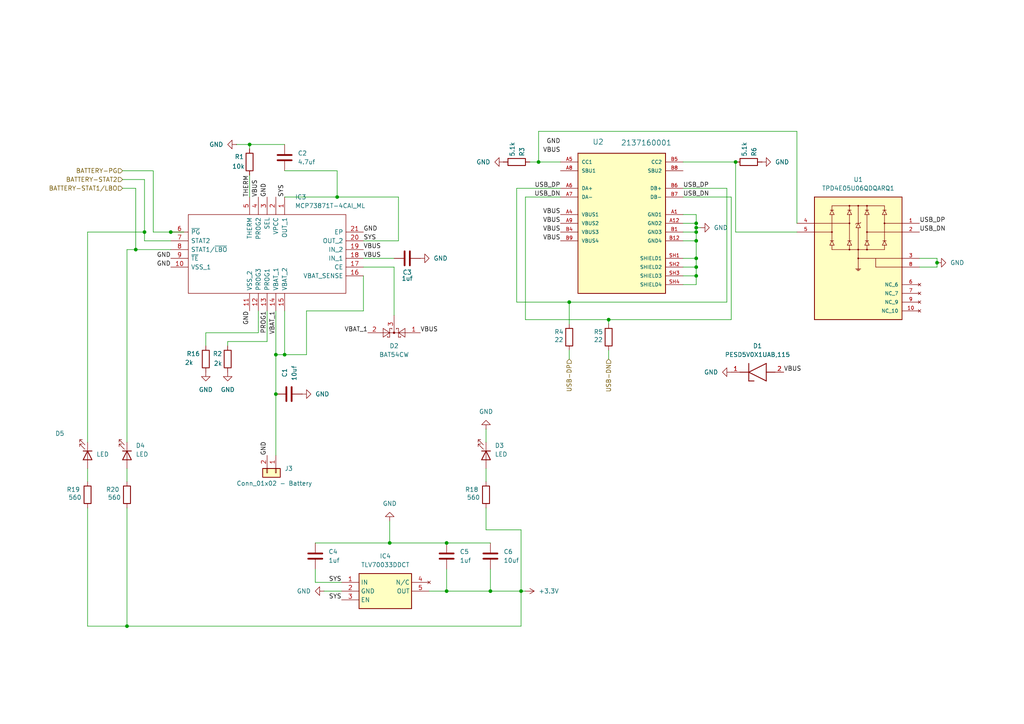
<source format=kicad_sch>
(kicad_sch (version 20250114) (generator "eeschema") (generator_version "9.0")
  (paper "A4")
  (lib_symbols
    (symbol "Connector_Generic:Conn_01x02" (pin_names (offset 1.016) (hide yes))
      (property "Reference" "J" (at 0 2.54 0))
      (property "Value" "Conn_01x02" (at 0 -5.08 0))
      (symbol "Conn_01x02_1_1"
        (rectangle (start -1.27 1.27) (end 1.27 -3.81) (stroke (width 0.254)) (fill (type background)))
        (rectangle (start -1.27 0.127) (end 0 -0.127) (stroke (width 0.1524)))
        (rectangle (start -1.27 -2.413) (end 0 -2.667) (stroke (width 0.1524)))
        (pin passive line (at -5.08 0 0) (length 3.81) (name "Pin_1") (number "1"))
        (pin passive line (at -5.08 -2.54 0) (length 3.81) (name "Pin_2") (number "2"))
      )
    )
    (symbol "Device:C" (pin_numbers (hide yes)) (pin_names (offset 0.254))
      (property "Reference" "C" (at 0.635 2.54 0))
      (property "Value" "C" (at 0.635 -2.54 0))
      (symbol "C_0_1"
        (polyline (pts (xy -2.032 0.762) (xy 2.032 0.762)) (stroke (width 0.508)))
        (polyline (pts (xy -2.032 -0.762) (xy 2.032 -0.762)) (stroke (width 0.508)))
      )
      (symbol "C_1_1"
        (pin passive line (at 0 3.81 270) (length 2.794) (name "~") (number "1"))
        (pin passive line (at 0 -3.81 90) (length 2.794) (name "~") (number "2"))
      )
    )
    (symbol "Device:LED" (pin_numbers (hide yes)) (pin_names (offset 1.016) (hide yes))
      (property "Reference" "D" (at 0 2.54 0))
      (property "Value" "LED" (at 0 -2.54 0))
      (symbol "LED_0_1"
        (polyline (pts (xy -3.048 -0.762) (xy -4.572 -2.286) (xy -3.81 -2.286) (xy -4.572 -2.286) (xy -4.572 -1.524)))
        (polyline (pts (xy -1.778 -0.762) (xy -3.302 -2.286) (xy -2.54 -2.286) (xy -3.302 -2.286) (xy -3.302 -1.524)))
        (polyline (pts (xy -1.27 0) (xy 1.27 0)))
        (polyline (pts (xy -1.27 -1.27) (xy -1.27 1.27)) (stroke (width 0.254)))
        (polyline (pts (xy 1.27 -1.27) (xy 1.27 1.27) (xy -1.27 0) (xy 1.27 -1.27)) (stroke (width 0.254)))
      )
      (symbol "LED_1_1"
        (pin passive line (at -3.81 0 0) (length 2.54) (name "K") (number "1"))
        (pin passive line (at 3.81 0 180) (length 2.54) (name "A") (number "2"))
      )
    )
    (symbol "Device:R" (pin_numbers (hide yes)) (pin_names (offset 0))
      (property "Reference" "R" (at 2.032 0 90))
      (property "Value" "R" (at 0 0 90))
      (symbol "R_0_1"
        (rectangle (start -1.016 -2.54) (end 1.016 2.54) (stroke (width 0.254)))
      )
      (symbol "R_1_1"
        (pin passive line (at 0 3.81 270) (length 1.27) (name "~") (number "1"))
        (pin passive line (at 0 -3.81 90) (length 1.27) (name "~") (number "2"))
      )
    )
    (symbol "Diode:BAT54CW" (pin_names (offset 1.016))
      (property "Reference" "D" (at 0.635 -3.81 0))
      (property "Value" "BAT54CW" (at -6.35 3.175 0))
      (symbol "BAT54CW_0_1"
        (polyline (pts (xy -3.175 -1.27) (xy -3.175 1.27) (xy -1.27 0) (xy -3.175 -1.27)))
        (polyline (pts (xy -1.905 1.27) (xy -1.905 1.016)))
        (polyline (pts (xy -1.905 0) (xy 1.905 0)))
        (polyline (pts (xy -1.27 1.27) (xy -1.905 1.27)))
        (polyline (pts (xy -1.27 1.27) (xy -1.27 -1.27)))
        (polyline (pts (xy -1.27 0) (xy -3.81 0)))
        (polyline (pts (xy -1.27 -1.27) (xy -0.635 -1.27)))
        (polyline (pts (xy -0.635 -1.27) (xy -0.635 -1.016)))
        (circle (center 0 0) (radius 0.254) (fill (type outline)))
        (polyline (pts (xy 0.635 -1.27) (xy 0.635 -1.016)))
        (polyline (pts (xy 1.27 1.27) (xy 1.27 -1.27)))
        (polyline (pts (xy 1.27 1.27) (xy 1.905 1.27)))
        (polyline (pts (xy 1.27 -1.27) (xy 0.635 -1.27)))
        (polyline (pts (xy 1.905 1.27) (xy 1.905 1.016)))
        (polyline (pts (xy 3.175 -1.27) (xy 3.175 1.27) (xy 1.27 0) (xy 3.175 -1.27)))
        (polyline (pts (xy 3.81 0) (xy 1.27 0)))
      )
      (symbol "BAT54CW_1_1"
        (pin passive line (at -7.62 0 0) (length 3.81) (name "~") (number "1"))
        (pin passive line (at 0 -5.08 90) (length 5.08) (name "~") (number "3"))
        (pin passive line (at 7.62 0 180) (length 3.81) (name "~") (number "2"))
      )
    )
    (symbol "jarvis:2137160001" (pin_names (offset 1.016))
      (property "Reference" "J" (at -12.7 20.9042 0))
      (property "Value" "2137160001" (at -12.7 -22.86 0))
      (symbol "2137160001_0_0"
        (rectangle (start -12.7 -20.32) (end 12.7 20.32) (stroke (width 0.254)) (fill (type background)))
        (pin bidirectional line (at -17.78 17.78 0) (length 5.08) (name "CC1") (number "A5"))
        (pin bidirectional line (at -17.78 15.24 0) (length 5.08) (name "SBU1") (number "A8"))
        (pin bidirectional line (at -17.78 10.16 0) (length 5.08) (name "DA+") (number "A6"))
        (pin bidirectional line (at -17.78 7.62 0) (length 5.08) (name "DA-") (number "A7"))
        (pin power_in line (at -17.78 2.54 0) (length 5.08) (name "VBUS1") (number "A4"))
        (pin power_in line (at -17.78 0 0) (length 5.08) (name "VBUS2") (number "A9"))
        (pin power_in line (at -17.78 -2.54 0) (length 5.08) (name "VBUS3") (number "B4"))
        (pin power_in line (at -17.78 -5.08 0) (length 5.08) (name "VBUS4") (number "B9"))
        (pin bidirectional line (at 17.78 17.78 180) (length 5.08) (name "CC2") (number "B5"))
        (pin bidirectional line (at 17.78 15.24 180) (length 5.08) (name "SBU2") (number "B8"))
        (pin bidirectional line (at 17.78 10.16 180) (length 5.08) (name "DB+") (number "B6"))
        (pin bidirectional line (at 17.78 7.62 180) (length 5.08) (name "DB-") (number "B7"))
        (pin power_in line (at 17.78 2.54 180) (length 5.08) (name "GND1") (number "A1"))
        (pin power_in line (at 17.78 0 180) (length 5.08) (name "GND2") (number "A12"))
        (pin power_in line (at 17.78 -2.54 180) (length 5.08) (name "GND3") (number "B1"))
        (pin power_in line (at 17.78 -5.08 180) (length 5.08) (name "GND4") (number "B12"))
        (pin passive line (at 17.78 -10.16 180) (length 5.08) (name "SHIELD1") (number "SH1"))
        (pin passive line (at 17.78 -12.7 180) (length 5.08) (name "SHIELD2") (number "SH2"))
        (pin passive line (at 17.78 -15.24 180) (length 5.08) (name "SHIELD3") (number "SH3"))
        (pin passive line (at 17.78 -17.78 180) (length 5.08) (name "SHIELD4") (number "SH4"))
      )
    )
    (symbol "jarvis:MCP73871T-4CAI_ML" (pin_names (offset 0.762))
      (property "Reference" "IC" (at 29.21 22.86 0))
      (property "Value" "MCP73871T-4CAI_ML" (at 29.21 20.32 0))
      (symbol "MCP73871T-4CAI_ML_0_0"
        (pin passive line (at 0 0 0) (length 5.08) (name "OUT_1") (number "1"))
        (pin passive line (at 0 -2.54 0) (length 5.08) (name "VPCC") (number "2"))
        (pin passive line (at 0 -5.08 0) (length 5.08) (name "SEL") (number "3"))
        (pin passive line (at 0 -7.62 0) (length 5.08) (name "PROG2") (number "4"))
        (pin passive line (at 0 -10.16 0) (length 5.08) (name "THERM") (number "5"))
        (pin passive line (at 10.16 22.86 270) (length 5.08) (name "EP") (number "21"))
        (pin passive line (at 10.16 -33.02 90) (length 5.08) (name "~{PG}") (number "6"))
        (pin passive line (at 12.7 22.86 270) (length 5.08) (name "OUT_2") (number "20"))
        (pin passive line (at 12.7 -33.02 90) (length 5.08) (name "STAT2") (number "7"))
        (pin passive line (at 15.24 22.86 270) (length 5.08) (name "IN_2") (number "19"))
        (pin passive line (at 15.24 -33.02 90) (length 5.08) (name "STAT1/~{LBO}") (number "8"))
        (pin passive line (at 17.78 22.86 270) (length 5.08) (name "IN_1") (number "18"))
        (pin passive line (at 17.78 -33.02 90) (length 5.08) (name "~{TE}") (number "9"))
        (pin passive line (at 20.32 22.86 270) (length 5.08) (name "CE") (number "17"))
        (pin passive line (at 20.32 -33.02 90) (length 5.08) (name "VSS_1") (number "10"))
        (pin passive line (at 22.86 22.86 270) (length 5.08) (name "VBAT_SENSE") (number "16"))
        (pin passive line (at 33.02 0 180) (length 5.08) (name "VBAT_2") (number "15"))
        (pin passive line (at 33.02 -2.54 180) (length 5.08) (name "VBAT_1") (number "14"))
        (pin passive line (at 33.02 -5.08 180) (length 5.08) (name "PROG1") (number "13"))
        (pin passive line (at 33.02 -7.62 180) (length 5.08) (name "PROG3") (number "12"))
        (pin passive line (at 33.02 -10.16 180) (length 5.08) (name "VSS_2") (number "11"))
      )
      (symbol "MCP73871T-4CAI_ML_0_1"
        (polyline (pts (xy 5.08 17.78) (xy 27.94 17.78) (xy 27.94 -27.94) (xy 5.08 -27.94) (xy 5.08 17.78)) (stroke (width 0.1524)))
      )
    )
    (symbol "jarvis:PESD5V0X1UAB,115" (pin_names (hide yes))
      (property "Reference" "D" (at 10.16 8.89 0))
      (property "Value" "PESD5V0X1UAB,115" (at 10.16 6.35 0))
      (symbol "PESD5V0X1UAB,115_1_1"
        (polyline (pts (xy 2.54 0) (xy 5.08 0)) (stroke (width 0.254)))
        (polyline (pts (xy 5.08 2.54) (xy 5.08 -2.54)) (stroke (width 0.254)))
        (polyline (pts (xy 5.08 0) (xy 10.16 2.54)) (stroke (width 0.254)))
        (polyline (pts (xy 5.08 -2.54) (xy 6.604 -2.54)) (stroke (width 0.254)))
        (polyline (pts (xy 10.16 -2.54) (xy 5.08 0)) (stroke (width 0.254)))
        (polyline (pts (xy 10.16 -2.54) (xy 10.16 2.54)) (stroke (width 0.254)))
        (polyline (pts (xy 12.7 0) (xy 10.16 0)) (stroke (width 0.254)))
        (pin passive line (at 0 0 0) (length 2.54) (name "K") (number "1"))
        (pin passive line (at 15.24 0 180) (length 2.54) (name "A") (number "2"))
      )
    )
    (symbol "jarvis:TLV70033DDCT"
      (property "Reference" "IC" (at 21.59 7.62 0))
      (property "Value" "TLV70033DDCT" (at 21.59 5.08 0))
      (symbol "TLV70033DDCT_1_1"
        (rectangle (start 5.08 2.54) (end 20.32 -7.62) (stroke (width 0.254)) (fill (type background)))
        (pin passive line (at 0 0 0) (length 5.08) (name "IN") (number "1"))
        (pin passive line (at 0 -2.54 0) (length 5.08) (name "GND") (number "2"))
        (pin passive line (at 0 -5.08 0) (length 5.08) (name "EN") (number "3"))
        (pin no_connect line (at 25.4 0 180) (length 5.08) (name "N/C") (number "4"))
        (pin passive line (at 25.4 -2.54 180) (length 5.08) (name "OUT") (number "5"))
      )
    )
    (symbol "jarvis:TPD4E05U06QDQARQ1" (pin_names (offset 1.016))
      (property "Reference" "U" (at -12.7 18.542 0))
      (property "Value" "TPD4E05U06QDQARQ1" (at -12.7 -18.542 0))
      (symbol "TPD4E05U06QDQARQ1_0_0"
        (rectangle (start -12.7 -17.78) (end 12.7 17.78) (stroke (width 0.254)) (fill (type background)))
        (polyline (pts (xy -8.255 12.7) (xy -7.62 12.7)) (stroke (width 0.1524)))
        (polyline (pts (xy -8.255 3.81) (xy -7.62 3.81)) (stroke (width 0.1524)))
        (polyline (pts (xy -7.62 15.24) (xy -2.54 15.24)) (stroke (width 0.1524)))
        (polyline (pts (xy -7.62 13.97) (xy -8.255 12.7)) (stroke (width 0.1524)))
        (polyline (pts (xy -7.62 13.97) (xy -8.128 13.97)) (stroke (width 0.1524)))
        (polyline (pts (xy -7.62 13.97) (xy -7.62 15.24)) (stroke (width 0.1524)))
        (polyline (pts (xy -7.62 12.7) (xy -7.62 7.62)) (stroke (width 0.1524)))
        (polyline (pts (xy -7.62 12.7) (xy -6.985 12.7)) (stroke (width 0.1524)))
        (circle (center -7.62 7.62) (radius 0.127) (stroke (width 0.254)))
        (polyline (pts (xy -7.62 7.62) (xy -12.7 7.62)) (stroke (width 0.1524)))
        (polyline (pts (xy -7.62 7.62) (xy -7.62 5.08)) (stroke (width 0.1524)))
        (polyline (pts (xy -7.62 5.08) (xy -8.255 3.81)) (stroke (width 0.1524)))
        (polyline (pts (xy -7.62 5.08) (xy -8.128 5.08)) (stroke (width 0.1524)))
        (polyline (pts (xy -7.62 3.81) (xy -7.62 2.54)) (stroke (width 0.1524)))
        (polyline (pts (xy -7.62 3.81) (xy -6.985 3.81)) (stroke (width 0.1524)))
        (polyline (pts (xy -7.62 2.54) (xy -2.54 2.54)) (stroke (width 0.1524)))
        (polyline (pts (xy -7.112 13.97) (xy -7.62 13.97)) (stroke (width 0.1524)))
        (polyline (pts (xy -7.112 5.08) (xy -7.62 5.08)) (stroke (width 0.1524)))
        (polyline (pts (xy -6.985 12.7) (xy -7.62 13.97)) (stroke (width 0.1524)))
        (polyline (pts (xy -6.985 3.81) (xy -7.62 5.08)) (stroke (width 0.1524)))
        (polyline (pts (xy -3.175 12.7) (xy -2.54 12.7)) (stroke (width 0.1524)))
        (polyline (pts (xy -3.175 3.81) (xy -2.54 3.81)) (stroke (width 0.1524)))
        (circle (center -2.54 15.24) (radius 0.127) (stroke (width 0.254)))
        (polyline (pts (xy -2.54 15.24) (xy 0 15.24)) (stroke (width 0.1524)))
        (polyline (pts (xy -2.54 13.97) (xy -3.175 12.7)) (stroke (width 0.1524)))
        (polyline (pts (xy -2.54 13.97) (xy -3.048 13.97)) (stroke (width 0.1524)))
        (polyline (pts (xy -2.54 13.97) (xy -2.54 15.24)) (stroke (width 0.1524)))
        (polyline (pts (xy -2.54 12.7) (xy -2.54 10.16)) (stroke (width 0.1524)))
        (polyline (pts (xy -2.54 12.7) (xy -1.905 12.7)) (stroke (width 0.1524)))
        (circle (center -2.54 10.16) (radius 0.127) (stroke (width 0.254)))
        (polyline (pts (xy -2.54 10.16) (xy -12.7 10.16)) (stroke (width 0.1524)))
        (polyline (pts (xy -2.54 10.16) (xy -2.54 5.08)) (stroke (width 0.1524)))
        (polyline (pts (xy -2.54 5.08) (xy -3.175 3.81)) (stroke (width 0.1524)))
        (polyline (pts (xy -2.54 5.08) (xy -3.048 5.08)) (stroke (width 0.1524)))
        (polyline (pts (xy -2.54 3.81) (xy -2.54 2.54)) (stroke (width 0.1524)))
        (polyline (pts (xy -2.54 3.81) (xy -1.905 3.81)) (stroke (width 0.1524)))
        (circle (center -2.54 2.54) (radius 0.127) (stroke (width 0.254)))
        (polyline (pts (xy -2.54 2.54) (xy 2.54 2.54)) (stroke (width 0.1524)))
        (polyline (pts (xy -2.032 13.97) (xy -2.54 13.97)) (stroke (width 0.1524)))
        (polyline (pts (xy -2.032 5.08) (xy -2.54 5.08)) (stroke (width 0.1524)))
        (polyline (pts (xy -1.905 12.7) (xy -2.54 13.97)) (stroke (width 0.1524)))
        (polyline (pts (xy -1.905 3.81) (xy -2.54 5.08)) (stroke (width 0.1524)))
        (polyline (pts (xy -0.635 8.89) (xy 0.635 8.89)) (stroke (width 0.1524)))
        (polyline (pts (xy -0.508 10.16) (xy -0.762 9.906)) (stroke (width 0.1524)))
        (polyline (pts (xy -0.508 10.16) (xy 0 10.16)) (stroke (width 0.1524)))
        (polyline (pts (xy -0.508 -3.302) (xy 0.508 -3.302)) (stroke (width 0.1524)))
        (polyline (pts (xy -0.254 -3.556) (xy 0.254 -3.556)) (stroke (width 0.1524)))
        (circle (center 0 15.24) (radius 0.127) (stroke (width 0.254)))
        (polyline (pts (xy 0 15.24) (xy 2.54 15.24)) (stroke (width 0.1524)))
        (polyline (pts (xy 0 10.16) (xy -0.635 8.89)) (stroke (width 0.1524)))
        (polyline (pts (xy 0 10.16) (xy 0 15.24)) (stroke (width 0.1524)))
        (polyline (pts (xy 0 10.16) (xy 0.508 10.16)) (stroke (width 0.1524)))
        (polyline (pts (xy 0 8.89) (xy 0 0)) (stroke (width 0.1524)))
        (circle (center 0 2.54) (radius 0.127) (stroke (width 0.254)))
        (polyline (pts (xy 0 0) (xy 0 -3.048)) (stroke (width 0.1524)))
        (polyline (pts (xy 0 0) (xy 5.08 0)) (stroke (width 0.1524)))
        (circle (center 0 0) (radius 0.127) (stroke (width 0.254)))
        (polyline (pts (xy 0 -3.048) (xy -0.762 -3.048)) (stroke (width 0.1524)))
        (polyline (pts (xy 0 -3.048) (xy 0.762 -3.048)) (stroke (width 0.1524)))
        (polyline (pts (xy 0.508 10.16) (xy 0.762 10.414)) (stroke (width 0.1524)))
        (polyline (pts (xy 0.635 8.89) (xy 0 10.16)) (stroke (width 0.1524)))
        (polyline (pts (xy 1.905 12.7) (xy 2.54 12.7)) (stroke (width 0.1524)))
        (polyline (pts (xy 1.905 3.81) (xy 2.54 3.81)) (stroke (width 0.1524)))
        (polyline (pts (xy 2.54 15.24) (xy 7.62 15.24)) (stroke (width 0.1524)))
        (circle (center 2.54 15.24) (radius 0.127) (stroke (width 0.254)))
        (polyline (pts (xy 2.54 13.97) (xy 1.905 12.7)) (stroke (width 0.1524)))
        (polyline (pts (xy 2.54 13.97) (xy 2.032 13.97)) (stroke (width 0.1524)))
        (polyline (pts (xy 2.54 13.97) (xy 2.54 15.24)) (stroke (width 0.1524)))
        (polyline (pts (xy 2.54 12.7) (xy 2.54 7.62)) (stroke (width 0.1524)))
        (polyline (pts (xy 2.54 12.7) (xy 3.175 12.7)) (stroke (width 0.1524)))
        (polyline (pts (xy 2.54 7.62) (xy 2.54 5.08)) (stroke (width 0.1524)))
        (polyline (pts (xy 2.54 7.62) (xy 12.7 7.62)) (stroke (width 0.1524)))
        (circle (center 2.54 7.62) (radius 0.127) (stroke (width 0.254)))
        (polyline (pts (xy 2.54 5.08) (xy 1.905 3.81)) (stroke (width 0.1524)))
        (polyline (pts (xy 2.54 5.08) (xy 2.032 5.08)) (stroke (width 0.1524)))
        (polyline (pts (xy 2.54 3.81) (xy 2.54 2.54)) (stroke (width 0.1524)))
        (polyline (pts (xy 2.54 3.81) (xy 3.175 3.81)) (stroke (width 0.1524)))
        (polyline (pts (xy 2.54 2.54) (xy 7.62 2.54)) (stroke (width 0.1524)))
        (circle (center 2.54 2.54) (radius 0.127) (stroke (width 0.254)))
        (polyline (pts (xy 3.048 13.97) (xy 2.54 13.97)) (stroke (width 0.1524)))
        (polyline (pts (xy 3.048 5.08) (xy 2.54 5.08)) (stroke (width 0.1524)))
        (polyline (pts (xy 3.175 12.7) (xy 2.54 13.97)) (stroke (width 0.1524)))
        (polyline (pts (xy 3.175 3.81) (xy 2.54 5.08)) (stroke (width 0.1524)))
        (polyline (pts (xy 5.08 0) (xy 5.08 -2.54)) (stroke (width 0.1524)))
        (polyline (pts (xy 5.08 0) (xy 12.7 0)) (stroke (width 0.1524)))
        (polyline (pts (xy 5.08 -2.54) (xy 12.7 -2.54)) (stroke (width 0.1524)))
        (polyline (pts (xy 6.985 12.7) (xy 7.62 12.7)) (stroke (width 0.1524)))
        (polyline (pts (xy 6.985 3.81) (xy 7.62 3.81)) (stroke (width 0.1524)))
        (polyline (pts (xy 7.62 15.24) (xy 7.62 13.97)) (stroke (width 0.1524)))
        (polyline (pts (xy 7.62 13.97) (xy 6.985 12.7)) (stroke (width 0.1524)))
        (polyline (pts (xy 7.62 13.97) (xy 7.112 13.97)) (stroke (width 0.1524)))
        (polyline (pts (xy 7.62 12.7) (xy 7.62 10.16)) (stroke (width 0.1524)))
        (polyline (pts (xy 7.62 12.7) (xy 8.255 12.7)) (stroke (width 0.1524)))
        (polyline (pts (xy 7.62 10.16) (xy 7.62 5.08)) (stroke (width 0.1524)))
        (polyline (pts (xy 7.62 10.16) (xy 12.7 10.16)) (stroke (width 0.1524)))
        (circle (center 7.62 10.16) (radius 0.127) (stroke (width 0.254)))
        (polyline (pts (xy 7.62 5.08) (xy 6.985 3.81)) (stroke (width 0.1524)))
        (polyline (pts (xy 7.62 5.08) (xy 7.112 5.08)) (stroke (width 0.1524)))
        (polyline (pts (xy 7.62 3.81) (xy 8.255 3.81)) (stroke (width 0.1524)))
        (polyline (pts (xy 7.62 2.54) (xy 7.62 3.81)) (stroke (width 0.1524)))
        (polyline (pts (xy 8.128 13.97) (xy 7.62 13.97)) (stroke (width 0.1524)))
        (polyline (pts (xy 8.128 5.08) (xy 7.62 5.08)) (stroke (width 0.1524)))
        (polyline (pts (xy 8.255 12.7) (xy 7.62 13.97)) (stroke (width 0.1524)))
        (polyline (pts (xy 8.255 3.81) (xy 7.62 5.08)) (stroke (width 0.1524)))
        (pin bidirectional line (at -17.78 10.16 0) (length 5.08) (name "~") (number "4"))
        (pin bidirectional line (at -17.78 7.62 0) (length 5.08) (name "~") (number "5"))
        (pin bidirectional line (at 17.78 10.16 180) (length 5.08) (name "~") (number "1"))
        (pin bidirectional line (at 17.78 7.62 180) (length 5.08) (name "~") (number "2"))
        (pin power_in line (at 17.78 0 180) (length 5.08) (name "~") (number "3"))
        (pin power_in line (at 17.78 -2.54 180) (length 5.08) (name "~") (number "8"))
        (pin no_connect line (at 17.78 -7.62 180) (length 5.08) (name "NC_6") (number "6"))
        (pin no_connect line (at 17.78 -10.16 180) (length 5.08) (name "NC_7") (number "7"))
        (pin no_connect line (at 17.78 -12.7 180) (length 5.08) (name "NC_9") (number "9"))
        (pin no_connect line (at 17.78 -15.24 180) (length 5.08) (name "NC_10") (number "10"))
      )
    )
    (symbol "power:+3.3V" (power) (pin_numbers (hide yes)) (pin_names (offset 0) (hide yes))
      (property "Value" "+3.3V" (at 0 3.556 0))
      (symbol "+3.3V_0_1"
        (polyline (pts (xy -0.762 1.27) (xy 0 2.54)))
        (polyline (pts (xy 0 2.54) (xy 0.762 1.27)))
        (polyline (pts (xy 0 0) (xy 0 2.54)))
      )
      (symbol "+3.3V_1_1"
        (pin power_in line (at 0 0 90) (length 0) (name "~") (number "1"))
      )
    )
    (symbol "power:GND" (power) (pin_numbers (hide yes)) (pin_names (offset 0) (hide yes))
      (property "Value" "GND" (at 0 -3.81 0))
      (symbol "GND_0_1"
        (polyline (pts (xy 0 0) (xy 0 -1.27) (xy 1.27 -1.27) (xy 0 -2.54) (xy -1.27 -1.27) (xy 0 -1.27)))
      )
      (symbol "GND_1_1"
        (pin power_in line (at 0 0 270) (length 0) (name "~") (number "1"))
      )
    )
  )
  (junction (at 156.21 46.99))
  (junction (at 201.93 77.47))
  (junction (at 41.91 67.31))
  (junction (at 201.93 66.04))
  (junction (at 129.54 157.48))
  (junction (at 82.55 102.87))
  (junction (at 129.54 171.45))
  (junction (at 271.78 76.2))
  (junction (at 80.01 102.87))
  (junction (at 97.79 57.15))
  (junction (at 39.37 72.39))
  (junction (at 213.36 46.99))
  (junction (at 201.93 80.01))
  (junction (at 201.93 64.77))
  (junction (at 201.93 67.31))
  (junction (at 201.93 74.93))
  (junction (at 80.01 114.3))
  (junction (at 142.24 171.45))
  (junction (at 201.93 69.85))
  (junction (at 113.03 157.48))
  (junction (at 165.1 87.63))
  (junction (at 36.83 181.61))
  (junction (at 151.13 171.45))
  (junction (at 176.53 92.71))
  (junction (at 72.39 41.91))
  (junction (at 49.53 67.31))
  (wire (pts (xy 72.39 50.8) (xy 72.39 57.15)))
  (wire (pts (xy 140.97 135.89) (xy 140.97 139.7)))
  (wire (pts (xy 68.58 41.91) (xy 72.39 41.91)))
  (wire (pts (xy 39.37 72.39) (xy 49.53 72.39)))
  (wire (pts (xy 153.67 46.99) (xy 156.21 46.99)))
  (wire (pts (xy 156.21 46.99) (xy 162.56 46.99)))
  (wire (pts (xy 44.45 67.31) (xy 49.53 67.31)))
  (wire (pts (xy 231.14 38.1) (xy 231.14 64.77)))
  (wire (pts (xy 140.97 147.32) (xy 140.97 153.67)))
  (wire (pts (xy 74.93 96.52) (xy 59.69 96.52)))
  (wire (pts (xy 129.54 165.1) (xy 129.54 171.45)))
  (wire (pts (xy 271.78 77.47) (xy 271.78 76.2)))
  (wire (pts (xy 77.47 99.06) (xy 77.47 90.17)))
  (wire (pts (xy 198.12 62.23) (xy 201.93 62.23)))
  (wire (pts (xy 41.91 67.31) (xy 41.91 69.85)))
  (wire (pts (xy 41.91 52.07) (xy 41.91 67.31)))
  (wire (pts (xy 198.12 74.93) (xy 201.93 74.93)))
  (wire (pts (xy 44.45 49.53) (xy 44.45 67.31)))
  (wire (pts (xy 66.04 99.06) (xy 77.47 99.06)))
  (wire (pts (xy 36.83 135.89) (xy 36.83 139.7)))
  (wire (pts (xy 198.12 64.77) (xy 201.93 64.77)))
  (wire (pts (xy 74.93 90.17) (xy 74.93 96.52)))
  (wire (pts (xy 162.56 54.61) (xy 149.86 54.61)))
  (wire (pts (xy 201.93 67.31) (xy 201.93 66.04)))
  (wire (pts (xy 165.1 87.63) (xy 165.1 93.98)))
  (wire (pts (xy 88.9 90.17) (xy 105.41 90.17)))
  (wire (pts (xy 91.44 168.91) (xy 99.06 168.91)))
  (wire (pts (xy 25.4 67.31) (xy 25.4 128.27)))
  (wire (pts (xy 82.55 49.53) (xy 97.79 49.53)))
  (wire (pts (xy 176.53 92.71) (xy 176.53 93.98)))
  (wire (pts (xy 39.37 54.61) (xy 39.37 72.39)))
  (wire (pts (xy 201.93 82.55) (xy 201.93 80.01)))
  (wire (pts (xy 198.12 67.31) (xy 201.93 67.31)))
  (wire (pts (xy 198.12 77.47) (xy 201.93 77.47)))
  (wire (pts (xy 124.46 171.45) (xy 129.54 171.45)))
  (wire (pts (xy 213.36 67.31) (xy 231.14 67.31)))
  (wire (pts (xy 198.12 69.85) (xy 201.93 69.85)))
  (wire (pts (xy 36.83 181.61) (xy 151.13 181.61)))
  (wire (pts (xy 149.86 87.63) (xy 165.1 87.63)))
  (wire (pts (xy 25.4 181.61) (xy 36.83 181.61)))
  (wire (pts (xy 201.93 69.85) (xy 201.93 67.31)))
  (wire (pts (xy 80.01 90.17) (xy 80.01 102.87)))
  (wire (pts (xy 213.36 46.99) (xy 213.36 67.31)))
  (wire (pts (xy 82.55 90.17) (xy 82.55 102.87)))
  (wire (pts (xy 129.54 171.45) (xy 142.24 171.45)))
  (wire (pts (xy 88.9 90.17) (xy 88.9 102.87)))
  (wire (pts (xy 198.12 82.55) (xy 201.93 82.55)))
  (wire (pts (xy 82.55 57.15) (xy 97.79 57.15)))
  (wire (pts (xy 105.41 74.93) (xy 114.3 74.93)))
  (wire (pts (xy 151.13 171.45) (xy 151.13 181.61)))
  (wire (pts (xy 212.09 57.15) (xy 212.09 92.71)))
  (wire (pts (xy 114.3 77.47) (xy 114.3 91.44)))
  (wire (pts (xy 93.98 171.45) (xy 99.06 171.45)))
  (wire (pts (xy 266.7 77.47) (xy 271.78 77.47)))
  (wire (pts (xy 36.83 147.32) (xy 36.83 181.61)))
  (wire (pts (xy 36.83 72.39) (xy 39.37 72.39)))
  (wire (pts (xy 72.39 43.18) (xy 72.39 41.91)))
  (wire (pts (xy 129.54 157.48) (xy 142.24 157.48)))
  (wire (pts (xy 142.24 171.45) (xy 151.13 171.45)))
  (wire (pts (xy 165.1 87.63) (xy 210.82 87.63)))
  (wire (pts (xy 210.82 54.61) (xy 210.82 87.63)))
  (wire (pts (xy 201.93 64.77) (xy 201.93 66.04)))
  (wire (pts (xy 49.53 67.31) (xy 53.34 67.31)))
  (wire (pts (xy 201.93 62.23) (xy 201.93 64.77)))
  (wire (pts (xy 36.83 72.39) (xy 36.83 128.27)))
  (wire (pts (xy 105.41 69.85) (xy 115.57 69.85)))
  (wire (pts (xy 212.09 92.71) (xy 176.53 92.71)))
  (wire (pts (xy 271.78 74.93) (xy 271.78 76.2)))
  (wire (pts (xy 115.57 57.15) (xy 97.79 57.15)))
  (wire (pts (xy 105.41 77.47) (xy 114.3 77.47)))
  (wire (pts (xy 198.12 46.99) (xy 213.36 46.99)))
  (wire (pts (xy 151.13 153.67) (xy 151.13 171.45)))
  (wire (pts (xy 91.44 157.48) (xy 113.03 157.48)))
  (wire (pts (xy 39.37 54.61) (xy 35.56 54.61)))
  (wire (pts (xy 35.56 49.53) (xy 44.45 49.53)))
  (wire (pts (xy 97.79 57.15) (xy 97.79 49.53)))
  (wire (pts (xy 151.13 171.45) (xy 152.4 171.45)))
  (wire (pts (xy 91.44 165.1) (xy 91.44 168.91)))
  (wire (pts (xy 25.4 135.89) (xy 25.4 139.7)))
  (wire (pts (xy 149.86 54.61) (xy 149.86 87.63)))
  (wire (pts (xy 156.21 38.1) (xy 231.14 38.1)))
  (wire (pts (xy 82.55 41.91) (xy 72.39 41.91)))
  (wire (pts (xy 198.12 54.61) (xy 210.82 54.61)))
  (wire (pts (xy 165.1 101.6) (xy 165.1 104.14)))
  (wire (pts (xy 142.24 165.1) (xy 142.24 171.45)))
  (wire (pts (xy 201.93 74.93) (xy 201.93 69.85)))
  (wire (pts (xy 203.2 66.04) (xy 201.93 66.04)))
  (wire (pts (xy 113.03 157.48) (xy 113.03 151.13)))
  (wire (pts (xy 113.03 157.48) (xy 129.54 157.48)))
  (wire (pts (xy 152.4 57.15) (xy 152.4 92.71)))
  (wire (pts (xy 41.91 69.85) (xy 49.53 69.85)))
  (wire (pts (xy 105.41 80.01) (xy 105.41 90.17)))
  (wire (pts (xy 82.55 102.87) (xy 88.9 102.87)))
  (wire (pts (xy 80.01 102.87) (xy 82.55 102.87)))
  (wire (pts (xy 198.12 57.15) (xy 212.09 57.15)))
  (wire (pts (xy 266.7 74.93) (xy 271.78 74.93)))
  (wire (pts (xy 162.56 57.15) (xy 152.4 57.15)))
  (wire (pts (xy 201.93 80.01) (xy 201.93 77.47)))
  (wire (pts (xy 66.04 99.06) (xy 66.04 100.33)))
  (wire (pts (xy 140.97 124.46) (xy 140.97 128.27)))
  (wire (pts (xy 25.4 147.32) (xy 25.4 181.61)))
  (wire (pts (xy 156.21 46.99) (xy 156.21 38.1)))
  (wire (pts (xy 80.01 102.87) (xy 80.01 114.3)))
  (wire (pts (xy 176.53 101.6) (xy 176.53 104.14)))
  (wire (pts (xy 25.4 67.31) (xy 41.91 67.31)))
  (wire (pts (xy 201.93 77.47) (xy 201.93 74.93)))
  (wire (pts (xy 152.4 92.71) (xy 176.53 92.71)))
  (wire (pts (xy 80.01 114.3) (xy 80.01 132.08)))
  (wire (pts (xy 35.56 52.07) (xy 41.91 52.07)))
  (wire (pts (xy 140.97 153.67) (xy 151.13 153.67)))
  (wire (pts (xy 115.57 69.85) (xy 115.57 57.15)))
  (wire (pts (xy 198.12 80.01) (xy 201.93 80.01)))
  (wire (pts (xy 59.69 96.52) (xy 59.69 100.33)))
  (label "GND" (at 162.56 41.91 180))
  (label "SYS" (at 99.06 168.91 180))
  (label "VBUS" (at 162.56 69.85 180))
  (label "SYS" (at 99.06 173.99 180))
  (label "VBUS" (at 162.56 67.31 180))
  (label "PROG1" (at 77.47 90.17 270))
  (label "GND" (at 105.41 67.31 0))
  (label "USB_DP" (at 266.7 64.77 0))
  (label "VBUS" (at 162.56 44.45 180))
  (label "VBUS" (at 162.56 64.77 180))
  (label "GND" (at 77.47 132.08 90))
  (label "VBAT_1" (at 106.68 96.52 180))
  (label "VBUS" (at 74.93 57.15 90))
  (label "USB_DP" (at 162.56 54.61 180))
  (label "USB_DN" (at 266.7 67.31 0))
  (label "SYS" (at 82.55 57.15 90))
  (label "GND" (at 77.47 57.15 90))
  (label "THERM" (at 72.39 57.15 90))
  (label "VBUS" (at 162.56 62.23 180))
  (label "VBUS" (at 121.92 96.52 0))
  (label "GND" (at 49.53 74.93 180))
  (label "VBUS" (at 105.41 72.39 0))
  (label "GND" (at 72.39 90.17 270))
  (label "GND" (at 49.53 77.47 180))
  (label "VBAT_1" (at 80.01 90.17 270))
  (label "VBUS" (at 105.41 74.93 0))
  (label "USB_DP" (at 198.12 54.61 0))
  (label "USB_DN" (at 198.12 57.15 0))
  (label "USB_DN" (at 162.56 57.15 180))
  (label "VBUS" (at 227.33 107.95 0))
  (label "SYS" (at 105.41 69.85 0))
  (hierarchical_label "BATTERY-STAT1{slash}LBO" (shape input) (at 35.56 54.61 180))
  (hierarchical_label "USB-DN" (shape input) (at 176.53 104.14 270))
  (hierarchical_label "BATTERY-STAT2" (shape input) (at 35.56 52.07 180))
  (hierarchical_label "BATTERY-PG" (shape input) (at 35.56 49.53 180))
  (hierarchical_label "USB-DP" (shape input) (at 165.1 104.14 270))
  (symbol (lib_id "power:+3.3V") (at 152.4 171.45 270) (unit 1)
    (property "Reference" "#PWR10" (effects (hide yes)))
    (property "Value" "+3.3V" (at 156.21 171.4499 90) (effects (justify left)))
    (property "Description" "Power symbol creates a global label with name \"+3.3V\"" (effects (hide yes)))
  )
  (symbol (lib_id "Device:LED") (at 36.83 132.08 270) (unit 1)
    (property "Reference" "D4" (at 39.37 129.2224 90) (effects (justify left)))
    (property "Value" "LED" (at 39.37 131.7624 90) (effects (justify left)))
    (property "Footprint" "LED_SMD:LED_0603_1608Metric" (effects (hide yes)))
    (property "Description" "Light emitting diode" (effects (hide yes)))
    (property "Sim.Pins" "1=K 2=A" (effects (hide yes)))
  )
  (symbol (lib_id "power:GND") (at 121.92 74.93 90) (unit 1)
    (property "Reference" "#PWR047" (effects (hide yes)))
    (property "Value" "GND" (at 125.73 74.9299 90) (effects (justify right)))
    (property "Description" "Power symbol creates a global label with name \"GND\" , ground" (effects (hide yes)))
  )
  (symbol (lib_id "jarvis:MCP73871T-4CAI_ML") (at 82.55 57.15 270) (unit 1)
    (property "Reference" "IC3" (at 85.5665 57.15 90) (effects (justify left)))
    (property "Value" "MCP73871T-4CAI_ML" (at 85.5665 59.69 90) (effects (justify left)))
    (property "Footprint" "jarvis:MCP73871T-4CAI ML" (effects (hide yes)))
    (property "Datasheet" "http://www.microchip.com/mymicrochip/filehandler.aspx?ddocname=en536709" (effects (hide yes)))
    (property "Description" "Battery Management USB/AC Battery Charger w/Pwr Mgmt" (effects (hide yes)))
    (property "Description_1" "Battery Management USB/AC Battery Charger w/Pwr Mgmt" (effects (hide yes)))
    (property "Height" "1" (effects (hide yes)))
    (property "Manufacturer_Name" "Microchip" (effects (hide yes)))
    (property "Manufacturer_Part_Number" "MCP73871T-4CAI/ML" (effects (hide yes)))
    (property "Mouser Part Number" "579-MCP73871T4CAIML" (effects (hide yes)))
    (property "Mouser Price/Stock" "https://www.mouser.co.uk/ProductDetail/Microchip-Technology/MCP73871T-4CAI-ML?qs=wd5RIQLrsJgVZcGN1DfWgw%3D%3D" (effects (hide yes)))
    (property "Arrow Part Number" "MCP73871T-4CAI/ML" (effects (hide yes)))
    (property "Arrow Price/Stock" "https://www.arrow.com/en/products/mcp73871t-4caiml/microchip-technology?utm_currency=USD&region=nac" (effects (hide yes)))
  )
  (symbol (lib_id "Device:LED") (at 140.97 132.08 270) (unit 1)
    (property "Reference" "D3" (at 143.51 129.2224 90) (effects (justify left)))
    (property "Value" "LED" (at 143.51 131.7624 90) (effects (justify left)))
    (property "Footprint" "LED_SMD:LED_0603_1608Metric" (effects (hide yes)))
    (property "Description" "Light emitting diode" (effects (hide yes)))
    (property "Sim.Pins" "1=K 2=A" (effects (hide yes)))
  )
  (symbol (lib_id "jarvis:2137160001") (at 180.34 64.77 0) (unit 1)
    (property "Reference" "U2" (at 173.482 41.148 0) (effects (font (size 1.524 1.524))))
    (property "Value" "2137160001" (at 187.452 41.402 0) (effects (font (size 1.524 1.524))))
    (property "Footprint" "jarvis:MOLEX_2137160001-holes" (effects (hide yes)))
    (property "Datasheet" "2137160001" (effects (hide yes)))
    (property "PARTREV" "B" (effects (hide yes)))
    (property "STANDARD" "Manufacturer Recommendations" (effects (hide yes)))
    (property "OPTION" "MOLEX_CONFIG" (effects (hide yes)))
    (property "MAXIMUM_PACKAGE_HEIGHT" "3.36mm" (effects (hide yes)))
    (property "MANUFACTURER" "Molex" (effects (hide yes)))
  )
  (symbol (lib_id "power:GND") (at 66.04 107.95 0) (unit 1)
    (property "Reference" "#PWR07" (effects (hide yes)))
    (property "Value" "GND" (at 66.04 113.03 0))
    (property "Description" "Power symbol creates a global label with name \"GND\" , ground" (effects (hide yes)))
  )
  (symbol (lib_id "Device:R") (at 59.69 104.14 0) (unit 1)
    (property "Reference" "R16" (at 54.102 102.616 0) (effects (justify left)))
    (property "Value" "2k" (at 53.594 105.156 0) (effects (justify left)))
    (property "Footprint" "Resistor_SMD:R_0603_1608Metric" (effects (hide yes)))
    (property "Description" "Resistor" (effects (hide yes)))
  )
  (symbol (lib_id "Device:R") (at 140.97 143.51 0) (unit 1)
    (property "Reference" "R18" (at 134.874 141.986 0) (effects (justify left)))
    (property "Value" "560" (at 135.382 144.272 0) (effects (justify left)))
    (property "Footprint" "Resistor_SMD:R_0603_1608Metric" (effects (hide yes)))
    (property "Description" "Resistor" (effects (hide yes)))
  )
  (symbol (lib_id "Connector_Generic:Conn_01x02") (at 80.01 137.16 270) (unit 1)
    (property "Reference" "J3" (at 82.55 135.8899 90) (effects (justify left)))
    (property "Value" "Conn_01x02 - Battery" (at 68.58 140.208 90) (effects (justify left)))
    (property "Footprint" "Connector_Molex:Molex_PicoBlade_53047-0210_1x02_P1.25mm_Vertical" (effects (hide yes)))
    (property "Description" "Generic connector, single row, 01x02, script generated (kicad-library-utils/schlib/autogen/connector/)" (effects (hide yes)))
  )
  (symbol (lib_id "power:GND") (at 68.58 41.91 270) (unit 1)
    (property "Reference" "#PWR4" (effects (hide yes)))
    (property "Value" "GND" (at 64.77 41.9099 90) (effects (justify right)))
    (property "Description" "Power symbol creates a global label with name \"GND\" , ground" (effects (hide yes)))
  )
  (symbol (lib_id "jarvis:TPD4E05U06QDQARQ1") (at 248.92 74.93 0) (unit 1)
    (property "Reference" "U1" (at 248.92 52.07 0))
    (property "Value" "TPD4E05U06QDQARQ1" (at 248.92 54.61 0))
    (property "Footprint" "jarvis:IC_TPD4E05U06QDQARQ1" (effects (hide yes)))
    (property "PARTREV" "F" (effects (hide yes)))
    (property "STANDARD" "Manufacturer Recommendations" (effects (hide yes)))
    (property "MAXIMUM_PACKAGE_HEIGHT" "0.55 mm" (effects (hide yes)))
    (property "MANUFACTURER" "Texas Instruments" (effects (hide yes)))
  )
  (symbol (lib_id "power:GND") (at 220.98 46.99 90) (unit 1)
    (property "Reference" "#PWR044" (effects (hide yes)))
    (property "Value" "GND" (at 224.79 46.9899 90) (effects (justify right)))
    (property "Description" "Power symbol creates a global label with name \"GND\" , ground" (effects (hide yes)))
  )
  (symbol (lib_id "Device:R") (at 25.4 143.51 0) (unit 1)
    (property "Reference" "R19" (at 19.304 141.986 0) (effects (justify left)))
    (property "Value" "560" (at 19.812 144.272 0) (effects (justify left)))
    (property "Footprint" "Resistor_SMD:R_0603_1608Metric" (effects (hide yes)))
    (property "Description" "Resistor" (effects (hide yes)))
  )
  (symbol (lib_id "Device:R") (at 36.83 143.51 0) (unit 1)
    (property "Reference" "R20" (at 30.734 141.986 0) (effects (justify left)))
    (property "Value" "560" (at 31.242 144.272 0) (effects (justify left)))
    (property "Footprint" "Resistor_SMD:R_0603_1608Metric" (effects (hide yes)))
    (property "Description" "Resistor" (effects (hide yes)))
  )
  (symbol (lib_id "Device:R") (at 165.1 97.79 0) (unit 1)
    (property "Reference" "R4" (at 160.782 96.266 0) (effects (justify left)))
    (property "Value" "22" (at 160.782 98.552 0) (effects (justify left)))
    (property "Footprint" "Resistor_SMD:R_0603_1608Metric" (effects (hide yes)))
    (property "Description" "Resistor" (effects (hide yes)))
  )
  (symbol (lib_id "power:GND") (at 203.2 66.04 90) (unit 1)
    (property "Reference" "#PWR045" (effects (hide yes)))
    (property "Value" "GND" (at 207.01 66.0399 90) (effects (justify right)))
    (property "Description" "Power symbol creates a global label with name \"GND\" , ground" (effects (hide yes)))
  )
  (symbol (lib_id "Device:C") (at 82.55 45.72 0) (unit 1)
    (property "Reference" "C2" (at 86.36 44.4499 0) (effects (justify left)))
    (property "Value" "4.7uf" (at 86.36 46.9899 0) (effects (justify left)))
    (property "Footprint" "Capacitor_SMD:C_0603_1608Metric" (effects (hide yes)))
    (property "Description" "Unpolarized capacitor" (effects (hide yes)))
  )
  (symbol (lib_id "jarvis:PESD5V0X1UAB,115") (at 212.09 107.95 0) (unit 1)
    (property "Reference" "D1" (at 219.71 100.33 0))
    (property "Value" "PESD5V0X1UAB,115" (at 219.71 102.87 0))
    (property "Footprint" "jarvis:PESD5V0X1UAB115" (effects (hide yes)))
    (property "Datasheet" "https://assets.nexperia.com/documents/data-sheet/PESD5V0X1UAB.pdf" (effects (hide yes)))
    (property "Description" "PESD5V0X1UAB - Ultra low capacitance unidirectional ESD protection diode" (effects (hide yes)))
    (property "Height" "0.65" (effects (hide yes)))
    (property "Manufacturer_Name" "Nexperia" (effects (hide yes)))
    (property "Manufacturer_Part_Number" "PESD5V0X1UAB,115" (effects (hide yes)))
    (property "Mouser Part Number" "771-PESD5V0X1UAB115" (effects (hide yes)))
    (property "Mouser Price/Stock" "https://www.mouser.co.uk/ProductDetail/Nexperia/PESD5V0X1UAB115?qs=A1cBxND5mHLfRsMIUZMhFg%3D%3D" (effects (hide yes)))
    (property "Arrow Part Number" "PESD5V0X1UAB,115" (effects (hide yes)))
    (property "Arrow Price/Stock" "https://www.arrow.com/en/products/pesd5v0x1uab115/nexperia" (effects (hide yes)))
  )
  (symbol (lib_id "Device:C") (at 129.54 161.29 0) (unit 1)
    (property "Reference" "C5" (at 133.35 160.0199 0) (effects (justify left)))
    (property "Value" "1uf" (at 133.35 162.5599 0) (effects (justify left)))
    (property "Footprint" "Capacitor_SMD:C_0603_1608Metric" (effects (hide yes)))
    (property "Description" "Unpolarized capacitor" (effects (hide yes)))
  )
  (symbol (lib_id "power:GND") (at 93.98 171.45 270) (unit 1)
    (property "Reference" "#PWR8" (effects (hide yes)))
    (property "Value" "GND" (at 90.17 171.4499 90) (effects (justify right)))
    (property "Description" "Power symbol creates a global label with name \"GND\" , ground" (effects (hide yes)))
  )
  (symbol (lib_id "Diode:BAT54CW") (at 114.3 96.52 180) (unit 1)
    (property "Reference" "D2" (at 114.3 100.33 0))
    (property "Value" "BAT54CW" (at 114.3 102.87 0))
    (property "Footprint" "Package_TO_SOT_SMD:SOT-323_SC-70_Handsoldering" (effects (hide yes)))
    (property "Datasheet" "https://assets.nexperia.com/documents/data-sheet/BAT54W_SER.pdf" (effects (hide yes)))
    (property "Description" "Dual schottky barrier diode, common cathode, SOT-323" (effects (hide yes)))
  )
  (symbol (lib_id "power:GND") (at 59.69 107.95 0) (unit 1)
    (property "Reference" "#PWR039" (effects (hide yes)))
    (property "Value" "GND" (at 59.69 113.03 0))
    (property "Description" "Power symbol creates a global label with name \"GND\" , ground" (effects (hide yes)))
  )
  (symbol (lib_id "Device:R") (at 176.53 97.79 0) (unit 1)
    (property "Reference" "R5" (at 172.212 96.266 0) (effects (justify left)))
    (property "Value" "22" (at 172.212 98.552 0) (effects (justify left)))
    (property "Footprint" "Resistor_SMD:R_0603_1608Metric" (effects (hide yes)))
    (property "Description" "Resistor" (effects (hide yes)))
  )
  (symbol (lib_id "power:GND") (at 140.97 124.46 180) (unit 1)
    (property "Reference" "#PWR049" (effects (hide yes)))
    (property "Value" "GND" (at 140.97 119.38 0))
    (property "Description" "Power symbol creates a global label with name \"GND\" , ground" (effects (hide yes)))
  )
  (symbol (lib_id "Device:C") (at 91.44 161.29 0) (unit 1)
    (property "Reference" "C4" (at 95.25 160.0199 0) (effects (justify left)))
    (property "Value" "1uf" (at 95.25 162.5599 0) (effects (justify left)))
    (property "Footprint" "Capacitor_SMD:C_0603_1608Metric" (effects (hide yes)))
    (property "Description" "Unpolarized capacitor" (effects (hide yes)))
  )
  (symbol (lib_id "Device:C") (at 142.24 161.29 0) (unit 1)
    (property "Reference" "C6" (at 146.05 160.0199 0) (effects (justify left)))
    (property "Value" "10uf" (at 146.05 162.5599 0) (effects (justify left)))
    (property "Footprint" "Capacitor_SMD:C_0603_1608Metric" (effects (hide yes)))
    (property "Description" "Unpolarized capacitor" (effects (hide yes)))
  )
  (symbol (lib_id "Device:C") (at 118.11 74.93 90) (unit 1)
    (property "Reference" "C3" (at 118.11 78.994 90))
    (property "Value" "1uf" (at 118.11 80.772 90))
    (property "Footprint" "Capacitor_SMD:C_0603_1608Metric" (effects (hide yes)))
    (property "Description" "Unpolarized capacitor" (effects (hide yes)))
  )
  (symbol (lib_id "Device:R") (at 66.04 104.14 0) (unit 1)
    (property "Reference" "R2" (at 61.722 102.616 0) (effects (justify left)))
    (property "Value" "2k" (at 61.976 105.41 0) (effects (justify left)))
    (property "Footprint" "Resistor_SMD:R_0603_1608Metric" (effects (hide yes)))
    (property "Description" "Resistor" (effects (hide yes)))
  )
  (symbol (lib_id "power:GND") (at 113.03 151.13 180) (unit 1)
    (property "Reference" "#PWR9" (effects (hide yes)))
    (property "Value" "GND" (at 113.03 146.05 0))
    (property "Description" "Power symbol creates a global label with name \"GND\" , ground" (effects (hide yes)))
  )
  (symbol (lib_id "Device:R") (at 217.17 46.99 270) (unit 1)
    (property "Reference" "R6" (at 218.694 42.672 0) (effects (justify left)))
    (property "Value" "5.1k" (at 215.9 41.148 0) (effects (justify left)))
    (property "Footprint" "Resistor_SMD:R_0603_1608Metric" (effects (hide yes)))
    (property "Description" "Resistor" (effects (hide yes)))
  )
  (symbol (lib_id "Device:C") (at 83.82 114.3 90) (unit 1)
    (property "Reference" "C1" (at 82.55 109.474 0) (effects (justify left)))
    (property "Value" "10uf" (at 85.344 110.49 0) (effects (justify left)))
    (property "Footprint" "Capacitor_SMD:C_0603_1608Metric" (effects (hide yes)))
    (property "Description" "Unpolarized capacitor" (effects (hide yes)))
  )
  (symbol (lib_id "Device:R") (at 72.39 46.99 0) (unit 1)
    (property "Reference" "R1" (at 68.072 45.466 0) (effects (justify left)))
    (property "Value" "10k" (at 67.31 48.26 0) (effects (justify left)))
    (property "Footprint" "Resistor_SMD:R_0603_1608Metric" (effects (hide yes)))
    (property "Description" "Resistor" (effects (hide yes)))
  )
  (symbol (lib_id "power:GND") (at 146.05 46.99 270) (unit 1)
    (property "Reference" "#PWR1" (effects (hide yes)))
    (property "Value" "GND" (at 142.24 46.9899 90) (effects (justify right)))
    (property "Description" "Power symbol creates a global label with name \"GND\" , ground" (effects (hide yes)))
  )
  (symbol (lib_id "power:GND") (at 212.09 107.95 270) (unit 1)
    (property "Reference" "#PWR05" (effects (hide yes)))
    (property "Value" "GND" (at 208.28 107.9499 90) (effects (justify right)))
    (property "Description" "Power symbol creates a global label with name \"GND\" , ground" (effects (hide yes)))
  )
  (symbol (lib_id "power:GND") (at 271.78 76.2 90) (unit 1)
    (property "Reference" "#PWR6" (effects (hide yes)))
    (property "Value" "GND" (at 275.59 76.1999 90) (effects (justify right)))
    (property "Description" "Power symbol creates a global label with name \"GND\" , ground" (effects (hide yes)))
  )
  (symbol (lib_id "Device:LED") (at 25.4 132.08 270) (unit 1)
    (property "Reference" "D5" (at 16.002 125.73 90) (effects (justify left)))
    (property "Value" "LED" (at 27.94 131.7624 90) (effects (justify left)))
    (property "Footprint" "LED_SMD:LED_0603_1608Metric" (effects (hide yes)))
    (property "Description" "Light emitting diode" (effects (hide yes)))
    (property "Sim.Pins" "1=K 2=A" (effects (hide yes)))
  )
  (symbol (lib_id "Device:R") (at 149.86 46.99 270) (unit 1)
    (property "Reference" "R3" (at 151.384 42.672 0) (effects (justify left)))
    (property "Value" "5.1k" (at 148.59 41.148 0) (effects (justify left)))
    (property "Footprint" "Resistor_SMD:R_0603_1608Metric" (effects (hide yes)))
    (property "Description" "Resistor" (effects (hide yes)))
  )
  (symbol (lib_id "jarvis:TLV70033DDCT") (at 99.06 168.91 0) (unit 1)
    (property "Reference" "IC4" (at 111.76 161.29 0))
    (property "Value" "TLV70033DDCT" (at 111.76 163.83 0))
    (property "Footprint" "jarvis:TLV70033DDCT" (effects (hide yes)))
    (property "Datasheet" "http://www.ti.com/lit/gpn/tlv700" (effects (hide yes)))
    (property "Description" "200-mA, Low-IQ, Low-Dropout Regulator for Portable Devices" (effects (hide yes)))
    (property "Height" "1.1" (effects (hide yes)))
    (property "Manufacturer_Name" "Texas Instruments" (effects (hide yes)))
    (property "Manufacturer_Part_Number" "TLV70033DDCT" (effects (hide yes)))
    (property "Mouser Part Number" "595-TLV70033DDCT" (effects (hide yes)))
    (property "Mouser Price/Stock" "https://www.mouser.co.uk/ProductDetail/Texas-Instruments/TLV70033DDCT?qs=6805eV47HhaMBOHx5LXyqQ%3D%3D" (effects (hide yes)))
    (property "Arrow Part Number" "TLV70033DDCT" (effects (hide yes)))
    (property "Arrow Price/Stock" "https://www.arrow.com/en/products/tlv70033ddct/texas-instruments?region=nac" (effects (hide yes)))
  )
  (symbol (lib_id "power:GND") (at 87.63 114.3 90) (unit 1)
    (property "Reference" "#PWR048" (effects (hide yes)))
    (property "Value" "GND" (at 91.44 114.2999 90) (effects (justify right)))
    (property "Description" "Power symbol creates a global label with name \"GND\" , ground" (effects (hide yes)))
  )
)
</source>
